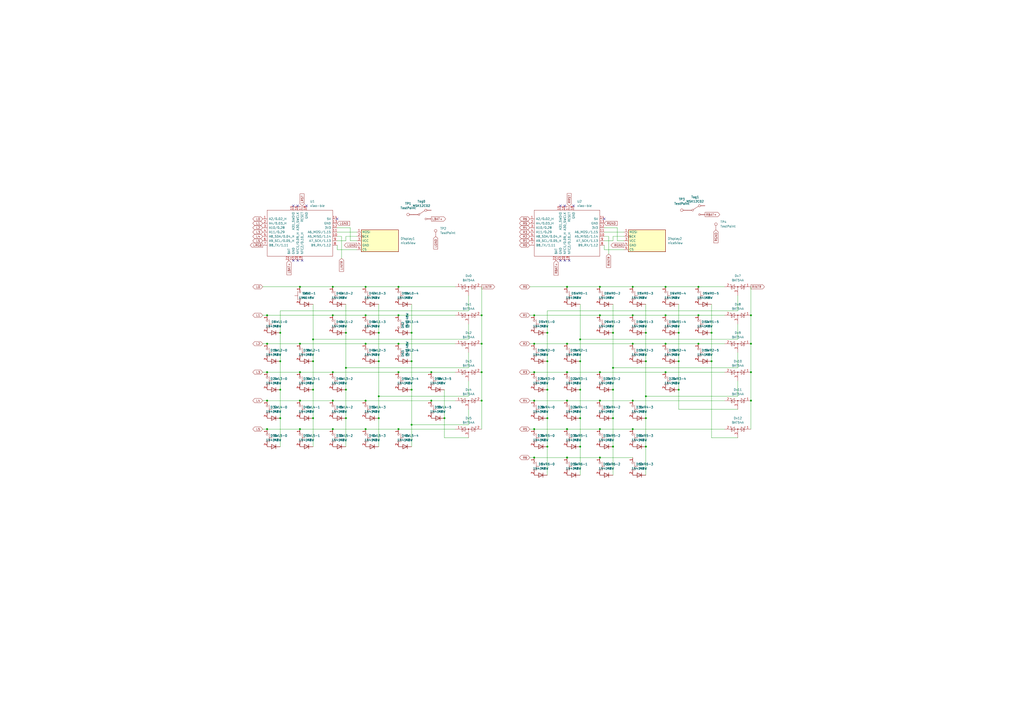
<source format=kicad_sch>
(kicad_sch (version 20230121) (generator eeschema)
  (paper "A2")
  (junction (at 367.03 232.41))
  (junction (at 355.6 193.04))
  (junction (at 279.4 232.41))
  (junction (at 193.04 215.9))
  (junction (at 309.88 199.39))
  (junction (at 412.75 209.55))
  (junction (at 328.93 265.43))
  (junction (at 231.14 166.37))
  (junction (at 154.94 182.88))
  (junction (at 173.99 232.41))
  (junction (at 173.99 199.39))
  (junction (at 181.61 209.55))
  (junction (at 279.4 182.88))
  (junction (at 355.6 213.36))
  (junction (at 386.08 166.37))
  (junction (at 328.93 215.9))
  (junction (at 181.61 242.57))
  (junction (at 154.94 215.9))
  (junction (at 162.56 242.57))
  (junction (at 193.04 232.41))
  (junction (at 347.98 232.41))
  (junction (at 367.03 199.39))
  (junction (at 257.81 242.57))
  (junction (at 435.61 215.9))
  (junction (at 309.88 182.88))
  (junction (at 219.71 242.57))
  (junction (at 219.71 209.55))
  (junction (at 162.56 209.55))
  (junction (at 336.55 242.57))
  (junction (at 238.76 246.38))
  (junction (at 412.75 193.04))
  (junction (at 279.4 199.39))
  (junction (at 193.04 182.88))
  (junction (at 231.14 215.9))
  (junction (at 405.13 182.88))
  (junction (at 173.99 215.9))
  (junction (at 154.94 248.92))
  (junction (at 200.66 226.06))
  (junction (at 393.7 226.06))
  (junction (at 374.65 242.57))
  (junction (at 367.03 182.88))
  (junction (at 279.4 215.9))
  (junction (at 231.14 199.39))
  (junction (at 212.09 166.37))
  (junction (at 219.71 193.04))
  (junction (at 367.03 166.37))
  (junction (at 336.55 259.08))
  (junction (at 181.61 226.06))
  (junction (at 309.88 232.41))
  (junction (at 336.55 196.85))
  (junction (at 212.09 182.88))
  (junction (at 336.55 209.55))
  (junction (at 367.03 248.92))
  (junction (at 173.99 166.37))
  (junction (at 347.98 166.37))
  (junction (at 200.66 213.36))
  (junction (at 162.56 226.06))
  (junction (at 212.09 199.39))
  (junction (at 238.76 226.06))
  (junction (at 173.99 248.92))
  (junction (at 328.93 166.37))
  (junction (at 374.65 209.55))
  (junction (at 405.13 166.37))
  (junction (at 374.65 229.87))
  (junction (at 231.14 248.92))
  (junction (at 309.88 215.9))
  (junction (at 309.88 265.43))
  (junction (at 347.98 248.92))
  (junction (at 200.66 242.57))
  (junction (at 355.6 242.57))
  (junction (at 317.5 242.57))
  (junction (at 317.5 226.06))
  (junction (at 219.71 229.87))
  (junction (at 386.08 199.39))
  (junction (at 347.98 215.9))
  (junction (at 309.88 248.92))
  (junction (at 405.13 199.39))
  (junction (at 374.65 259.08))
  (junction (at 162.56 193.04))
  (junction (at 238.76 209.55))
  (junction (at 317.5 193.04))
  (junction (at 435.61 182.88))
  (junction (at 328.93 248.92))
  (junction (at 250.19 215.9))
  (junction (at 347.98 265.43))
  (junction (at 328.93 232.41))
  (junction (at 238.76 193.04))
  (junction (at 250.19 232.41))
  (junction (at 435.61 199.39))
  (junction (at 347.98 182.88))
  (junction (at 435.61 232.41))
  (junction (at 212.09 248.92))
  (junction (at 393.7 209.55))
  (junction (at 212.09 232.41))
  (junction (at 317.5 259.08))
  (junction (at 154.94 232.41))
  (junction (at 355.6 226.06))
  (junction (at 374.65 193.04))
  (junction (at 355.6 259.08))
  (junction (at 200.66 193.04))
  (junction (at 386.08 215.9))
  (junction (at 193.04 166.37))
  (junction (at 231.14 182.88))
  (junction (at 386.08 182.88))
  (junction (at 393.7 193.04))
  (junction (at 328.93 199.39))
  (junction (at 181.61 196.85))
  (junction (at 193.04 248.92))
  (junction (at 317.5 209.55))
  (junction (at 154.94 199.39))
  (junction (at 336.55 226.06))
  (no_connect (at 350.52 127))
  (no_connect (at 330.2 151.13))
  (no_connect (at 327.66 151.13))
  (no_connect (at 325.12 151.13))
  (no_connect (at 325.12 119.38))
  (no_connect (at 327.66 119.38))
  (no_connect (at 332.74 119.38))
  (no_connect (at 170.18 151.13))
  (no_connect (at 172.72 151.13))
  (no_connect (at 175.26 151.13))
  (no_connect (at 177.8 119.38))
  (no_connect (at 195.58 127))
  (no_connect (at 172.72 119.38))
  (no_connect (at 170.18 119.38))
  (wire (pts (xy 195.58 137.16) (xy 198.12 137.16)))
  (wire (pts (xy 309.88 232.41) (xy 307.34 232.41)))
  (wire (pts (xy 412.75 254) (xy 427.99 254)))
  (wire (pts (xy 350.52 137.16) (xy 353.06 137.16)))
  (wire (pts (xy 328.93 232.41) (xy 347.98 232.41)))
  (wire (pts (xy 336.55 226.06) (xy 336.55 242.57)))
  (wire (pts (xy 393.7 226.06) (xy 393.7 237.49)))
  (wire (pts (xy 212.09 248.92) (xy 231.14 248.92)))
  (wire (pts (xy 152.4 215.9) (xy 154.94 215.9)))
  (wire (pts (xy 336.55 209.55) (xy 336.55 226.06)))
  (wire (pts (xy 309.88 248.92) (xy 307.34 248.92)))
  (wire (pts (xy 152.4 199.39) (xy 154.94 199.39)))
  (wire (pts (xy 162.56 242.57) (xy 162.56 259.08)))
  (wire (pts (xy 203.2 132.08) (xy 195.58 132.08)))
  (wire (pts (xy 350.52 142.24) (xy 350.52 144.78)))
  (wire (pts (xy 309.88 215.9) (xy 307.34 215.9)))
  (wire (pts (xy 154.94 248.92) (xy 173.99 248.92)))
  (wire (pts (xy 309.88 232.41) (xy 328.93 232.41)))
  (wire (pts (xy 195.58 142.24) (xy 195.58 144.78)))
  (wire (pts (xy 154.94 199.39) (xy 173.99 199.39)))
  (wire (pts (xy 405.13 182.88) (xy 420.37 182.88)))
  (wire (pts (xy 219.71 242.57) (xy 219.71 259.08)))
  (wire (pts (xy 328.93 215.9) (xy 347.98 215.9)))
  (wire (pts (xy 271.78 187.96) (xy 271.78 196.85)))
  (wire (pts (xy 309.88 182.88) (xy 347.98 182.88)))
  (wire (pts (xy 347.98 265.43) (xy 367.03 265.43)))
  (wire (pts (xy 374.65 275.59) (xy 374.65 259.08)))
  (wire (pts (xy 271.78 246.38) (xy 238.76 246.38)))
  (wire (pts (xy 193.04 215.9) (xy 231.14 215.9)))
  (wire (pts (xy 309.88 199.39) (xy 328.93 199.39)))
  (wire (pts (xy 181.61 176.53) (xy 181.61 196.85)))
  (wire (pts (xy 181.61 242.57) (xy 181.61 259.08)))
  (wire (pts (xy 200.66 193.04) (xy 200.66 213.36)))
  (wire (pts (xy 317.5 259.08) (xy 317.5 275.59)))
  (wire (pts (xy 393.7 193.04) (xy 393.7 209.55)))
  (wire (pts (xy 336.55 196.85) (xy 336.55 209.55)))
  (wire (pts (xy 355.6 137.16) (xy 355.6 139.7)))
  (wire (pts (xy 336.55 242.57) (xy 336.55 259.08)))
  (wire (pts (xy 328.93 265.43) (xy 347.98 265.43)))
  (wire (pts (xy 307.34 265.43) (xy 309.88 265.43)))
  (wire (pts (xy 347.98 232.41) (xy 367.03 232.41)))
  (wire (pts (xy 162.56 180.34) (xy 271.78 180.34)))
  (wire (pts (xy 181.61 226.06) (xy 181.61 242.57)))
  (wire (pts (xy 317.5 226.06) (xy 317.5 242.57)))
  (wire (pts (xy 309.88 182.88) (xy 307.34 182.88)))
  (wire (pts (xy 154.94 215.9) (xy 173.99 215.9)))
  (wire (pts (xy 231.14 199.39) (xy 264.16 199.39)))
  (wire (pts (xy 355.6 139.7) (xy 350.52 139.7)))
  (wire (pts (xy 195.58 144.78) (xy 207.01 144.78)))
  (wire (pts (xy 250.19 232.41) (xy 264.16 232.41)))
  (wire (pts (xy 374.65 176.53) (xy 374.65 193.04)))
  (wire (pts (xy 231.14 248.92) (xy 264.16 248.92)))
  (wire (pts (xy 374.65 193.04) (xy 374.65 209.55)))
  (wire (pts (xy 238.76 246.38) (xy 238.76 259.08)))
  (wire (pts (xy 207.01 137.16) (xy 200.66 137.16)))
  (wire (pts (xy 317.5 242.57) (xy 317.5 259.08)))
  (wire (pts (xy 347.98 166.37) (xy 367.03 166.37)))
  (wire (pts (xy 203.2 139.7) (xy 203.2 132.08)))
  (wire (pts (xy 271.78 229.87) (xy 271.78 220.98)))
  (wire (pts (xy 328.93 199.39) (xy 367.03 199.39)))
  (wire (pts (xy 435.61 232.41) (xy 435.61 248.92)))
  (wire (pts (xy 427.99 204.47) (xy 427.99 213.36)))
  (wire (pts (xy 219.71 176.53) (xy 219.71 193.04)))
  (wire (pts (xy 374.65 209.55) (xy 374.65 229.87)))
  (wire (pts (xy 317.5 209.55) (xy 317.5 226.06)))
  (wire (pts (xy 309.88 248.92) (xy 328.93 248.92)))
  (wire (pts (xy 412.75 193.04) (xy 412.75 209.55)))
  (wire (pts (xy 279.4 232.41) (xy 279.4 248.92)))
  (wire (pts (xy 152.4 248.92) (xy 154.94 248.92)))
  (wire (pts (xy 219.71 193.04) (xy 219.71 209.55)))
  (wire (pts (xy 162.56 209.55) (xy 162.56 226.06)))
  (wire (pts (xy 173.99 166.37) (xy 193.04 166.37)))
  (wire (pts (xy 257.81 254) (xy 271.78 254)))
  (wire (pts (xy 212.09 166.37) (xy 231.14 166.37)))
  (wire (pts (xy 200.66 242.57) (xy 200.66 259.08)))
  (wire (pts (xy 435.61 215.9) (xy 435.61 232.41)))
  (wire (pts (xy 279.4 199.39) (xy 279.4 215.9)))
  (wire (pts (xy 309.88 215.9) (xy 328.93 215.9)))
  (wire (pts (xy 307.34 166.37) (xy 328.93 166.37)))
  (wire (pts (xy 336.55 196.85) (xy 427.99 196.85)))
  (wire (pts (xy 405.13 199.39) (xy 420.37 199.39)))
  (wire (pts (xy 181.61 209.55) (xy 181.61 226.06)))
  (wire (pts (xy 386.08 215.9) (xy 420.37 215.9)))
  (wire (pts (xy 152.4 166.37) (xy 173.99 166.37)))
  (wire (pts (xy 195.58 134.62) (xy 207.01 134.62)))
  (wire (pts (xy 181.61 196.85) (xy 181.61 209.55)))
  (wire (pts (xy 271.78 237.49) (xy 271.78 246.38)))
  (wire (pts (xy 154.94 182.88) (xy 193.04 182.88)))
  (wire (pts (xy 181.61 196.85) (xy 271.78 196.85)))
  (wire (pts (xy 405.13 166.37) (xy 420.37 166.37)))
  (wire (pts (xy 328.93 166.37) (xy 347.98 166.37)))
  (wire (pts (xy 200.66 226.06) (xy 200.66 242.57)))
  (wire (pts (xy 350.52 144.78) (xy 361.95 144.78)))
  (wire (pts (xy 173.99 248.92) (xy 193.04 248.92)))
  (wire (pts (xy 367.03 166.37) (xy 386.08 166.37)))
  (wire (pts (xy 427.99 171.45) (xy 427.99 180.34)))
  (wire (pts (xy 412.75 209.55) (xy 412.75 254)))
  (wire (pts (xy 317.5 180.34) (xy 317.5 193.04)))
  (wire (pts (xy 367.03 248.92) (xy 420.37 248.92)))
  (wire (pts (xy 279.4 182.88) (xy 279.4 199.39)))
  (wire (pts (xy 355.6 242.57) (xy 355.6 259.08)))
  (wire (pts (xy 193.04 232.41) (xy 212.09 232.41)))
  (wire (pts (xy 173.99 199.39) (xy 212.09 199.39)))
  (wire (pts (xy 307.34 199.39) (xy 309.88 199.39)))
  (wire (pts (xy 427.99 187.96) (xy 427.99 196.85)))
  (wire (pts (xy 257.81 242.57) (xy 257.81 254)))
  (wire (pts (xy 435.61 199.39) (xy 435.61 215.9)))
  (wire (pts (xy 361.95 137.16) (xy 355.6 137.16)))
  (wire (pts (xy 328.93 248.92) (xy 347.98 248.92)))
  (wire (pts (xy 427.99 229.87) (xy 427.99 220.98)))
  (wire (pts (xy 219.71 229.87) (xy 219.71 242.57)))
  (wire (pts (xy 386.08 182.88) (xy 405.13 182.88)))
  (wire (pts (xy 231.14 166.37) (xy 264.16 166.37)))
  (wire (pts (xy 193.04 182.88) (xy 212.09 182.88)))
  (wire (pts (xy 353.06 137.16) (xy 353.06 147.32)))
  (wire (pts (xy 193.04 248.92) (xy 212.09 248.92)))
  (wire (pts (xy 238.76 209.55) (xy 238.76 226.06)))
  (wire (pts (xy 355.6 176.53) (xy 355.6 193.04)))
  (wire (pts (xy 279.4 215.9) (xy 279.4 232.41)))
  (wire (pts (xy 393.7 176.53) (xy 393.7 193.04)))
  (wire (pts (xy 435.61 166.37) (xy 435.61 182.88)))
  (wire (pts (xy 238.76 193.04) (xy 238.76 209.55)))
  (wire (pts (xy 355.6 213.36) (xy 355.6 226.06)))
  (wire (pts (xy 212.09 199.39) (xy 231.14 199.39)))
  (wire (pts (xy 347.98 182.88) (xy 367.03 182.88)))
  (wire (pts (xy 212.09 232.41) (xy 250.19 232.41)))
  (wire (pts (xy 367.03 182.88) (xy 386.08 182.88)))
  (wire (pts (xy 173.99 215.9) (xy 193.04 215.9)))
  (wire (pts (xy 200.66 213.36) (xy 271.78 213.36)))
  (wire (pts (xy 435.61 182.88) (xy 435.61 199.39)))
  (wire (pts (xy 231.14 182.88) (xy 264.16 182.88)))
  (wire (pts (xy 200.66 213.36) (xy 200.66 226.06)))
  (wire (pts (xy 386.08 166.37) (xy 405.13 166.37)))
  (wire (pts (xy 355.6 226.06) (xy 355.6 242.57)))
  (wire (pts (xy 231.14 215.9) (xy 250.19 215.9)))
  (wire (pts (xy 350.52 134.62) (xy 361.95 134.62)))
  (wire (pts (xy 152.4 232.41) (xy 154.94 232.41)))
  (wire (pts (xy 162.56 193.04) (xy 162.56 209.55)))
  (wire (pts (xy 393.7 209.55) (xy 393.7 226.06)))
  (wire (pts (xy 162.56 180.34) (xy 162.56 193.04)))
  (wire (pts (xy 250.19 215.9) (xy 264.16 215.9)))
  (wire (pts (xy 367.03 232.41) (xy 420.37 232.41)))
  (wire (pts (xy 317.5 180.34) (xy 427.99 180.34)))
  (wire (pts (xy 347.98 248.92) (xy 367.03 248.92)))
  (wire (pts (xy 358.14 132.08) (xy 350.52 132.08)))
  (wire (pts (xy 386.08 199.39) (xy 405.13 199.39)))
  (wire (pts (xy 317.5 193.04) (xy 317.5 209.55)))
  (wire (pts (xy 374.65 229.87) (xy 427.99 229.87)))
  (wire (pts (xy 219.71 209.55) (xy 219.71 229.87)))
  (wire (pts (xy 336.55 259.08) (xy 336.55 275.59)))
  (wire (pts (xy 154.94 232.41) (xy 173.99 232.41)))
  (wire (pts (xy 238.76 226.06) (xy 238.76 246.38)))
  (wire (pts (xy 358.14 139.7) (xy 358.14 132.08)))
  (wire (pts (xy 271.78 204.47) (xy 271.78 213.36)))
  (wire (pts (xy 347.98 215.9) (xy 386.08 215.9)))
  (wire (pts (xy 193.04 166.37) (xy 212.09 166.37)))
  (wire (pts (xy 271.78 171.45) (xy 271.78 180.34)))
  (wire (pts (xy 374.65 259.08) (xy 374.65 242.57)))
  (wire (pts (xy 257.81 226.06) (xy 257.81 242.57)))
  (wire (pts (xy 200.66 139.7) (xy 195.58 139.7)))
  (wire (pts (xy 412.75 176.53) (xy 412.75 193.04)))
  (wire (pts (xy 361.95 139.7) (xy 358.14 139.7)))
  (wire (pts (xy 374.65 229.87) (xy 374.65 242.57)))
  (wire (pts (xy 355.6 259.08) (xy 355.6 275.59)))
  (wire (pts (xy 200.66 176.53) (xy 200.66 193.04)))
  (wire (pts (xy 367.03 199.39) (xy 386.08 199.39)))
  (wire (pts (xy 309.88 265.43) (xy 328.93 265.43)))
  (wire (pts (xy 393.7 237.49) (xy 427.99 237.49)))
  (wire (pts (xy 173.99 232.41) (xy 193.04 232.41)))
  (wire (pts (xy 238.76 176.53) (xy 238.76 193.04)))
  (wire (pts (xy 355.6 213.36) (xy 427.99 213.36)))
  (wire (pts (xy 152.4 182.88) (xy 154.94 182.88)))
  (wire (pts (xy 212.09 182.88) (xy 231.14 182.88)))
  (wire (pts (xy 279.4 166.37) (xy 279.4 182.88)))
  (wire (pts (xy 355.6 193.04) (xy 355.6 213.36)))
  (wire (pts (xy 207.01 139.7) (xy 203.2 139.7)))
  (wire (pts (xy 219.71 229.87) (xy 271.78 229.87)))
  (wire (pts (xy 336.55 176.53) (xy 336.55 196.85)))
  (wire (pts (xy 198.12 137.16) (xy 198.12 149.86)))
  (wire (pts (xy 200.66 137.16) (xy 200.66 139.7)))
  (wire (pts (xy 162.56 226.06) (xy 162.56 242.57)))
  (global_label "L4" (shape bidirectional) (at 152.4 137.16 180) (property "Intersheetrefs" "${INTERSHEET_REFS}" (effects hide)))
  (global_label "LGND" (shape input) (at 252.73 137.16 270) (property "Intersheetrefs" "${INTERSHEET_REFS}" (effects hide)))
  (global_label "L1" (shape bidirectional) (at 152.4 182.88 180) (property "Intersheetrefs" "${INTERSHEET_REFS}" (effects hide)))
  (global_label "L3" (shape bidirectional) (at 152.4 134.62 180) (property "Intersheetrefs" "${INTERSHEET_REFS}" (effects hide)))
  (global_label "RGND" (shape input) (at 350.52 129.54 0) (property "Intersheetrefs" "${INTERSHEET_REFS}" (effects hide)))
  (global_label "L2" (shape bidirectional) (at 152.4 199.39 180) (property "Intersheetrefs" "${INTERSHEET_REFS}" (effects hide)))
  (global_label "R0" (shape bidirectional) (at 307.34 166.37 180) (property "Intersheetrefs" "${INTERSHEET_REFS}" (effects hide)))
  (global_label "L5" (shape bidirectional) (at 152.4 139.7 180) (property "Intersheetrefs" "${INTERSHEET_REFS}" (effects hide)))
  (global_label "LGND" (shape input) (at 195.58 129.54 0) (property "Intersheetrefs" "${INTERSHEET_REFS}" (effects hide)))
  (global_label "L2" (shape bidirectional) (at 152.4 132.08 180) (property "Intersheetrefs" "${INTERSHEET_REFS}" (effects hide)))
  (global_label "LGND" (shape output) (at 207.01 142.24 180) (property "Intersheetrefs" "${INTERSHEET_REFS}" (effects hide)))
  (global_label "L1" (shape bidirectional) (at 152.4 129.54 180) (property "Intersheetrefs" "${INTERSHEET_REFS}" (effects hide)))
  (global_label "LINTR" (shape input) (at 198.12 149.86 270) (property "Intersheetrefs" "${INTERSHEET_REFS}" (effects hide)))
  (global_label "R2" (shape bidirectional) (at 307.34 199.39 180) (property "Intersheetrefs" "${INTERSHEET_REFS}" (effects hide)))
  (global_label "R0" (shape bidirectional) (at 307.34 142.24 180) (property "Intersheetrefs" "${INTERSHEET_REFS}" (effects hide)))
  (global_label "R6" (shape bidirectional) (at 307.34 127 180) (property "Intersheetrefs" "${INTERSHEET_REFS}" (effects hide)))
  (global_label "RBAT+" (shape output) (at 408.94 124.46 0) (property "Intersheetrefs" "${INTERSHEET_REFS}" (effects hide)))
  (global_label "RBAT+" (shape input) (at 322.58 151.13 270) (property "Intersheetrefs" "${INTERSHEET_REFS}" (effects hide)))
  (global_label "LBAT+" (shape input) (at 167.64 151.13 270) (property "Intersheetrefs" "${INTERSHEET_REFS}" (effects hide)))
  (global_label "LBAT+" (shape output) (at 250.19 127 0) (property "Intersheetrefs" "${INTERSHEET_REFS}" (effects hide)))
  (global_label "L0" (shape bidirectional) (at 152.4 166.37 180) (property "Intersheetrefs" "${INTERSHEET_REFS}" (effects hide)))
  (global_label "R1" (shape bidirectional) (at 307.34 139.7 180) (property "Intersheetrefs" "${INTERSHEET_REFS}" (effects hide)))
  (global_label "R6" (shape bidirectional) (at 307.34 265.43 180) (property "Intersheetrefs" "${INTERSHEET_REFS}" (effects hide)))
  (global_label "LRST" (shape input) (at 175.26 119.38 90) (property "Intersheetrefs" "${INTERSHEET_REFS}" (effects hide)))
  (global_label "R5" (shape bidirectional) (at 307.34 129.54 180) (property "Intersheetrefs" "${INTERSHEET_REFS}" (effects hide)))
  (global_label "R1" (shape bidirectional) (at 307.34 182.88 180) (property "Intersheetrefs" "${INTERSHEET_REFS}" (effects hide)))
  (global_label "L0" (shape bidirectional) (at 152.4 127 180) (property "Intersheetrefs" "${INTERSHEET_REFS}" (effects hide)))
  (global_label "LRGB" (shape output) (at 152.4 142.24 180) (property "Intersheetrefs" "${INTERSHEET_REFS}" (effects hide)))
  (global_label "R5" (shape bidirectional) (at 307.34 248.92 180) (property "Intersheetrefs" "${INTERSHEET_REFS}" (effects hide)))
  (global_label "LINTR" (shape output) (at 279.4 166.37 0) (property "Intersheetrefs" "${INTERSHEET_REFS}" (effects hide)))
  (global_label "RINTR" (shape output) (at 435.61 166.37 0) (property "Intersheetrefs" "${INTERSHEET_REFS}" (effects hide)))
  (global_label "R3" (shape bidirectional) (at 307.34 215.9 180) (property "Intersheetrefs" "${INTERSHEET_REFS}" (effects hide)))
  (global_label "L3" (shape bidirectional) (at 152.4 215.9 180) (property "Intersheetrefs" "${INTERSHEET_REFS}" (effects hide)))
  (global_label "R4" (shape bidirectional) (at 307.34 132.08 180) (property "Intersheetrefs" "${INTERSHEET_REFS}" (effects hide)))
  (global_label "L5" (shape bidirectional) (at 152.4 248.92 180) (property "Intersheetrefs" "${INTERSHEET_REFS}" (effects hide)))
  (global_label "R2" (shape bidirectional) (at 307.34 137.16 180) (property "Intersheetrefs" "${INTERSHEET_REFS}" (effects hide)))
  (global_label "RGND" (shape output) (at 361.95 142.24 180) (property "Intersheetrefs" "${INTERSHEET_REFS}" (effects hide)))
  (global_label "RGND" (shape input) (at 415.29 133.35 270) (property "Intersheetrefs" "${INTERSHEET_REFS}" (effects hide)))
  (global_label "L4" (shape bidirectional) (at 152.4 232.41 180) (property "Intersheetrefs" "${INTERSHEET_REFS}" (effects hide)))
  (global_label "RINTR" (shape input) (at 353.06 147.32 270) (property "Intersheetrefs" "${INTERSHEET_REFS}" (effects hide)))
  (global_label "RRST" (shape input) (at 330.2 119.38 90) (property "Intersheetrefs" "${INTERSHEET_REFS}" (effects hide)))
  (global_label "R4" (shape bidirectional) (at 307.34 232.41 180) (property "Intersheetrefs" "${INTERSHEET_REFS}" (effects hide)))
  (global_label "R3" (shape bidirectional) (at 307.34 134.62 180) (property "Intersheetrefs" "${INTERSHEET_REFS}" (effects hide)))
  (symbol (lib_id "symbols:MX") (at 212.09 171.45 270) (unit 1)
    (property "Reference" "SWL0-3" (at 215.9 170.1799 90) (effects (justify left)))
    (property "Value" "MX" (at 215.9 172.7199 90) (effects (justify left)))
    (property "Footprint" "prelude:SW_MX_HS_1u" (effects hide))
  )
  (symbol (lib_id "symbols:MX") (at 212.09 187.96 270) (unit 1)
    (property "Reference" "SWL1-3" (at 215.9 186.6899 90) (effects (justify left)))
    (property "Value" "MX" (at 215.9 189.2299 90) (effects (justify left)))
    (property "Footprint" "prelude:SW_MX_HS_1u" (effects hide))
  )
  (symbol (lib_id "symbols:MX") (at 405.13 187.96 270) (unit 1)
    (property "Reference" "SWR1-5" (at 408.94 186.6899 90) (effects (justify left)))
    (property "Value" "MX" (at 408.94 189.2299 90) (effects (justify left)))
    (property "Footprint" "prelude:SW_MX_HS_1u" (effects hide))
  )
  (symbol (lib_id "Diode:1N4148W") (at 196.85 176.53 180) (unit 1)
    (property "Reference" "D42" (at 196.85 170.18 0))
    (property "Value" "1N4148W" (at 196.85 172.72 0))
    (property "Footprint" "Diode_SMD:D_SOD-123" (effects hide))
    (property "Datasheet" "https://www.vishay.com/docs/85748/1n4148w.pdf" (effects hide))
  )
  (symbol (lib_id "symbols:MX") (at 367.03 187.96 270) (unit 1)
    (property "Reference" "SWR1-3" (at 370.84 186.6899 90) (effects (justify left)))
    (property "Value" "MX" (at 370.84 189.2299 90) (effects (justify left)))
    (property "Footprint" "prelude:SW_MX_HS_1u" (effects hide))
  )
  (symbol (lib_id "symbols:MX") (at 154.94 237.49 270) (unit 1)
    (property "Reference" "SWL4-0" (at 158.75 236.2199 90) (effects (justify left)))
    (property "Value" "MX" (at 158.75 238.7599 90) (effects (justify left)))
    (property "Footprint" "prelude:SW_MX_HS_1u" (effects hide))
  )
  (symbol (lib_id "Diode:BAT54A") (at 271.78 199.39 0) (unit 1)
    (property "Reference" "Dx2" (at 271.78 193.04 0))
    (property "Value" "BAT54A" (at 271.78 195.58 0))
    (property "Footprint" "prelude:SOD_T" (effects hide))
    (property "Datasheet" "http://www.diodes.com/_files/datasheets/ds11005.pdf" (effects hide))
  )
  (symbol (lib_id "Diode:BAT54A") (at 271.78 232.41 0) (unit 1)
    (property "Reference" "Dx4" (at 271.78 226.06 0))
    (property "Value" "BAT54A" (at 271.78 228.6 0))
    (property "Footprint" "prelude:SOD_T" (effects hide))
    (property "Datasheet" "http://www.diodes.com/_files/datasheets/ds11005.pdf" (effects hide))
  )
  (symbol (lib_id "symbols:MX") (at 386.08 171.45 270) (unit 1)
    (property "Reference" "SWR0-4" (at 389.89 170.1799 90) (effects (justify left)))
    (property "Value" "MX" (at 389.89 172.7199 90) (effects (justify left)))
    (property "Footprint" "prelude:SW_MX_HS_1u" (effects hide))
  )
  (symbol (lib_id "Diode:BAT54A") (at 271.78 182.88 0) (unit 1)
    (property "Reference" "Dx1" (at 271.78 176.53 0))
    (property "Value" "BAT54A" (at 271.78 179.07 0))
    (property "Footprint" "prelude:SOD_T" (effects hide))
    (property "Datasheet" "http://www.diodes.com/_files/datasheets/ds11005.pdf" (effects hide))
  )
  (symbol (lib_id "Diode:1N4148W") (at 215.9 209.55 180) (unit 1)
    (property "Reference" "D49" (at 215.9 203.2 0))
    (property "Value" "1N4148W" (at 215.9 205.74 0))
    (property "Footprint" "Diode_SMD:D_SOD-123" (effects hide))
    (property "Datasheet" "https://www.vishay.com/docs/85748/1n4148w.pdf" (effects hide))
  )
  (symbol (lib_id "Diode:BAT54A") (at 427.99 215.9 0) (mirror y) (unit 1)
    (property "Reference" "Dx10" (at 427.99 209.55 0))
    (property "Value" "BAT54A" (at 427.99 212.09 0))
    (property "Footprint" "prelude:SOD_T" (effects hide))
    (property "Datasheet" "http://www.diodes.com/_files/datasheets/ds11005.pdf" (effects hide))
  )
  (symbol (lib_id "Diode:1N4148W") (at 254 226.06 180) (unit 1)
    (property "Reference" "D58" (at 254 219.71 0))
    (property "Value" "1N4148W" (at 254 222.25 0))
    (property "Footprint" "Diode_SMD:D_SOD-123" (effects hide))
    (property "Datasheet" "https://www.vishay.com/docs/85748/1n4148w.pdf" (effects hide))
  )
  (symbol (lib_id "symbols:MX") (at 173.99 171.45 90) (mirror x) (unit 1)
    (property "Reference" "SWL0-1" (at 175.26 170.1799 90) (effects (justify right)))
    (property "Value" "MX" (at 175.26 172.7199 90) (effects (justify right)))
    (property "Footprint" "prelude:SW_MX_HS_1u" (effects hide))
  )
  (symbol (lib_id "symbols:MX") (at 386.08 187.96 270) (unit 1)
    (property "Reference" "SWR1-4" (at 389.89 186.6899 90) (effects (justify left)))
    (property "Value" "MX" (at 389.89 189.2299 90) (effects (justify left)))
    (property "Footprint" "prelude:SW_MX_HS_1u" (effects hide))
  )
  (symbol (lib_id "symbols:MX") (at 193.04 220.98 270) (unit 1)
    (property "Reference" "SWL3-2" (at 196.85 219.7099 90) (effects (justify left)))
    (property "Value" "MX" (at 196.85 222.2499 90) (effects (justify left)))
    (property "Footprint" "prelude:SW_MX_HS_1u" (effects hide))
  )
  (symbol (lib_id "Diode:1N4148W") (at 196.85 242.57 180) (unit 1)
    (property "Reference" "D45" (at 196.85 236.22 0))
    (property "Value" "1N4148W" (at 196.85 238.76 0))
    (property "Footprint" "Diode_SMD:D_SOD-123" (effects hide))
    (property "Datasheet" "https://www.vishay.com/docs/85748/1n4148w.pdf" (effects hide))
  )
  (symbol (lib_id "symbols:MX") (at 328.93 220.98 270) (unit 1)
    (property "Reference" "SWR3-1" (at 332.74 219.7099 90) (effects (justify left)))
    (property "Value" "MX" (at 332.74 222.2499 90) (effects (justify left)))
    (property "Footprint" "prelude:SW_MX_HS_1u" (effects hide))
  )
  (symbol (lib_id "symbols:MX") (at 154.94 254 270) (unit 1)
    (property "Reference" "SWL5-0" (at 158.75 252.7299 90) (effects (justify left)))
    (property "Value" "MX" (at 158.75 255.2699 90) (effects (justify left)))
    (property "Footprint" "prelude:SW_MX_HS_1u" (effects hide))
  )
  (symbol (lib_id "symbols:MX") (at 231.14 220.98 270) (unit 1)
    (property "Reference" "SWL3-4" (at 234.95 219.7099 90) (effects (justify left)))
    (property "Value" "MX" (at 234.95 222.2499 90) (effects (justify left)))
    (property "Footprint" "prelude:SW_MX_HS_1u" (effects hide))
  )
  (symbol (lib_id "Diode:1N4148W") (at 158.75 193.04 180) (unit 1)
    (property "Reference" "D8" (at 158.75 186.69 0))
    (property "Value" "1N4148W" (at 158.75 189.23 0))
    (property "Footprint" "Diode_SMD:D_SOD-123" (effects hide))
    (property "Datasheet" "https://www.vishay.com/docs/85748/1n4148w.pdf" (effects hide))
  )
  (symbol (lib_id "symbols:xiao-ble") (at 328.93 134.62 0) (unit 1)
    (property "Reference" "U2" (at 334.7594 116.84 0) (effects (justify left)))
    (property "Value" "xiao-ble" (at 334.7594 119.38 0) (effects (justify left)))
    (property "Footprint" "prelude:xiao" (effects hide))
  )
  (symbol (lib_id "Connector:TestPoint") (at 398.78 121.92 90) (mirror x) (unit 1)
    (property "Reference" "TP3" (at 395.478 115.57 90))
    (property "Value" "TestPoint" (at 395.478 118.11 90))
    (property "Footprint" "prelude:pogo" (effects hide))
  )
  (symbol (lib_id "symbols:MX") (at 405.13 204.47 270) (unit 1)
    (property "Reference" "SWR2-5" (at 408.94 203.1999 90) (effects (justify left)))
    (property "Value" "MX" (at 408.94 205.7399 90) (effects (justify left)))
    (property "Footprint" "prelude:SW_MX_HS_1u" (effects hide))
  )
  (symbol (lib_id "symbols:MX") (at 231.14 254 270) (unit 1)
    (property "Reference" "SWL5-4" (at 234.95 252.7299 90) (effects (justify left)))
    (property "Value" "MX" (at 234.95 255.2699 90) (effects (justify left)))
    (property "Footprint" "prelude:SW_MX_HS_1u" (effects hide))
  )
  (symbol (lib_id "symbols:MX") (at 367.03 237.49 270) (unit 1)
    (property "Reference" "SWR4-3" (at 370.84 236.2199 90) (effects (justify left)))
    (property "Value" "MX" (at 370.84 238.7599 90) (effects (justify left)))
    (property "Footprint" "prelude:SW_MX_HS_1u" (effects hide))
  )
  (symbol (lib_id "symbols:MX") (at 231.14 171.45 270) (unit 1)
    (property "Reference" "SWL0-4" (at 234.95 170.1799 90) (effects (justify left)))
    (property "Value" "MX" (at 234.95 172.7199 90) (effects (justify left)))
    (property "Footprint" "prelude:SW_MX_HS_1u" (effects hide))
  )
  (symbol (lib_id "Diode:BAT54A") (at 427.99 232.41 0) (mirror y) (unit 1)
    (property "Reference" "Dx11" (at 427.99 226.06 0))
    (property "Value" "BAT54A" (at 427.99 228.6 0))
    (property "Footprint" "prelude:SOD_T" (effects hide))
    (property "Datasheet" "http://www.diodes.com/_files/datasheets/ds11005.pdf" (effects hide))
  )
  (symbol (lib_id "symbols:MX") (at 193.04 254 270) (unit 1)
    (property "Reference" "SWL5-2" (at 196.85 252.7299 90) (effects (justify left)))
    (property "Value" "MX" (at 196.85 255.2699 90) (effects (justify left)))
    (property "Footprint" "prelude:SW_MX_HS_1u" (effects hide))
  )
  (symbol (lib_id "symbols:MX") (at 405.13 171.45 270) (unit 1)
    (property "Reference" "SWR0-5" (at 408.94 170.1799 90) (effects (justify left)))
    (property "Value" "MX" (at 408.94 172.7199 90) (effects (justify left)))
    (property "Footprint" "prelude:SW_MX_HS_1u" (effects hide))
  )
  (symbol (lib_id "symbols:MX") (at 154.94 204.47 270) (unit 1)
    (property "Reference" "SWL2-0" (at 158.75 203.1999 90) (effects (justify left)))
    (property "Value" "MX" (at 158.75 205.7399 90) (effects (justify left)))
    (property "Footprint" "prelude:SW_MX_HS_1u" (effects hide))
  )
  (symbol (lib_id "Diode:BAT54A") (at 427.99 199.39 0) (mirror y) (unit 1)
    (property "Reference" "Dx9" (at 427.99 193.04 0))
    (property "Value" "BAT54A" (at 427.99 195.58 0))
    (property "Footprint" "prelude:SOD_T" (effects hide))
    (property "Datasheet" "http://www.diodes.com/_files/datasheets/ds11005.pdf" (effects hide))
  )
  (symbol (lib_id "symbols:MX") (at 309.88 254 270) (unit 1)
    (property "Reference" "SWR5-0" (at 313.69 252.7299 90) (effects (justify left)))
    (property "Value" "MX" (at 313.69 255.2699 90) (effects (justify left)))
    (property "Footprint" "prelude:SW_MX_HS_1u" (effects hide))
  )
  (symbol (lib_id "Diode:1N4148W") (at 332.74 259.08 180) (unit 1)
    (property "Reference" "D36" (at 332.74 252.73 0))
    (property "Value" "1N4148W" (at 332.74 255.27 0))
    (property "Footprint" "Diode_SMD:D_SOD-123" (effects hide))
    (property "Datasheet" "https://www.vishay.com/docs/85748/1n4148w.pdf" (effects hide))
  )
  (symbol (lib_id "Diode:1N4148W") (at 313.69 209.55 180) (unit 1)
    (property "Reference" "D14" (at 313.69 203.2 0))
    (property "Value" "1N4148W" (at 313.69 205.74 0))
    (property "Footprint" "Diode_SMD:D_SOD-123" (effects hide))
    (property "Datasheet" "https://www.vishay.com/docs/85748/1n4148w.pdf" (effects hide))
  )
  (symbol (lib_id "symbols:MX") (at 347.98 171.45 270) (unit 1)
    (property "Reference" "SWR0-2" (at 351.79 170.1799 90) (effects (justify left)))
    (property "Value" "MX" (at 351.79 172.7199 90) (effects (justify left)))
    (property "Footprint" "prelude:SW_MX_HS_1u" (effects hide))
  )
  (symbol (lib_id "symbols:nice!view") (at 219.71 139.7 270) (unit 1)
    (property "Reference" "Display1" (at 232.41 138.4299 90) (effects (justify left)))
    (property "Value" "nice!view" (at 232.41 140.9699 90) (effects (justify left)))
    (property "Footprint" "prelude:nice_view" (effects hide))
    (property "Datasheet" "https://nicekeyboards.com/docs/nice-view/pinout-schematic" (effects hide))
  )
  (symbol (lib_id "Diode:1N4148W") (at 332.74 209.55 180) (unit 1)
    (property "Reference" "D15" (at 332.74 203.2 0))
    (property "Value" "1N4148W" (at 332.74 205.74 0))
    (property "Footprint" "Diode_SMD:D_SOD-123" (effects hide))
    (property "Datasheet" "https://www.vishay.com/docs/85748/1n4148w.pdf" (effects hide))
  )
  (symbol (lib_id "Diode:1N4148W") (at 177.8 209.55 180) (unit 1)
    (property "Reference" "D38" (at 177.8 203.2 0))
    (property "Value" "1N4148W" (at 177.8 205.74 0))
    (property "Footprint" "Diode_SMD:D_SOD-123" (effects hide))
    (property "Datasheet" "https://www.vishay.com/docs/85748/1n4148w.pdf" (effects hide))
  )
  (symbol (lib_id "Diode:BAT54A") (at 427.99 166.37 0) (mirror y) (unit 1)
    (property "Reference" "Dx7" (at 427.99 160.02 0))
    (property "Value" "BAT54A" (at 427.99 162.56 0))
    (property "Footprint" "prelude:SOD_T" (effects hide))
    (property "Datasheet" "http://www.diodes.com/_files/datasheets/ds11005.pdf" (effects hide))
  )
  (symbol (lib_id "symbols:MX") (at 212.09 254 270) (unit 1)
    (property "Reference" "SWL5-3" (at 215.9 252.7299 90) (effects (justify left)))
    (property "Value" "MX" (at 215.9 255.2699 90) (effects (justify left)))
    (property "Footprint" "prelude:SW_MX_HS_1u" (effects hide))
  )
  (symbol (lib_id "symbols:MX") (at 386.08 204.47 270) (unit 1)
    (property "Reference" "SWR2-4" (at 389.89 203.1999 90) (effects (justify left)))
    (property "Value" "MX" (at 389.89 205.7399 90) (effects (justify left)))
    (property "Footprint" "prelude:SW_MX_HS_1u" (effects hide))
  )
  (symbol (lib_id "Diode:1N4148W") (at 177.8 242.57 180) (unit 1)
    (property "Reference" "D40" (at 177.8 236.22 0))
    (property "Value" "1N4148W" (at 177.8 238.76 0))
    (property "Footprint" "Diode_SMD:D_SOD-123" (effects hide))
    (property "Datasheet" "https://www.vishay.com/docs/85748/1n4148w.pdf" (effects hide))
  )
  (symbol (lib_id "Diode:1N4148W") (at 234.95 193.04 180) (unit 1)
    (property "Reference" "D52" (at 233.6799 190.5 90) (effects (justify right)))
    (property "Value" "1N4148W" (at 236.2199 190.5 90) (effects (justify right)))
    (property "Footprint" "Diode_SMD:D_SOD-123" (effects hide))
    (property "Datasheet" "https://www.vishay.com/docs/85748/1n4148w.pdf" (effects hide))
  )
  (symbol (lib_id "symbols:MX") (at 328.93 270.51 270) (unit 1)
    (property "Reference" "SWR6-1" (at 332.74 269.2399 90) (effects (justify left)))
    (property "Value" "MX" (at 332.74 271.7799 90) (effects (justify left)))
    (property "Footprint" "prelude:SW_MX_HS_1u" (effects hide))
  )
  (symbol (lib_id "Diode:1N4148W") (at 177.8 176.53 0) (mirror y) (unit 1)
    (property "Reference" "D34" (at 177.8 170.18 0))
    (property "Value" "1N4148W" (at 177.8 172.72 0))
    (property "Footprint" "Diode_SMD:D_SOD-123" (effects hide))
    (property "Datasheet" "https://www.vishay.com/docs/85748/1n4148w.pdf" (effects hide))
  )
  (symbol (lib_id "Diode:1N4148W") (at 332.74 275.59 180) (unit 1)
    (property "Reference" "D59" (at 332.74 269.24 0))
    (property "Value" "1N4148W" (at 332.74 271.78 0))
    (property "Footprint" "Diode_SMD:D_SOD-123" (effects hide))
    (property "Datasheet" "https://www.vishay.com/docs/85748/1n4148w.pdf" (effects hide))
  )
  (symbol (lib_id "Diode:1N4148W") (at 332.74 226.06 180) (unit 1)
    (property "Reference" "D22" (at 332.74 219.71 0))
    (property "Value" "1N4148W" (at 332.74 222.25 0))
    (property "Footprint" "Diode_SMD:D_SOD-123" (effects hide))
    (property "Datasheet" "https://www.vishay.com/docs/85748/1n4148w.pdf" (effects hide))
  )
  (symbol (lib_id "symbols:MX") (at 212.09 204.47 270) (unit 1)
    (property "Reference" "SWL2-3" (at 215.9 203.1999 90) (effects (justify left)))
    (property "Value" "MX" (at 215.9 205.7399 90) (effects (justify left)))
    (property "Footprint" "prelude:SW_MX_HS_1u" (effects hide))
  )
  (symbol (lib_id "symbols:MX") (at 386.08 220.98 270) (unit 1)
    (property "Reference" "SWR3-4" (at 389.89 219.7099 90) (effects (justify left)))
    (property "Value" "MX" (at 389.89 222.2499 90) (effects (justify left)))
    (property "Footprint" "prelude:SW_MX_HS_1u" (effects hide))
  )
  (symbol (lib_id "Diode:1N4148W") (at 351.79 242.57 180) (unit 1)
    (property "Reference" "D30" (at 351.79 236.22 0))
    (property "Value" "1N4148W" (at 351.79 238.76 0))
    (property "Footprint" "Diode_SMD:D_SOD-123" (effects hide))
    (property "Datasheet" "https://www.vishay.com/docs/85748/1n4148w.pdf" (effects hide))
  )
  (symbol (lib_id "symbols:MX") (at 328.93 204.47 270) (unit 1)
    (property "Reference" "SWR2-1" (at 332.74 203.1999 90) (effects (justify left)))
    (property "Value" "MX" (at 332.74 205.7399 90) (effects (justify left)))
    (property "Footprint" "prelude:SW_MX_HS_1u" (effects hide))
  )
  (symbol (lib_id "symbols:MX") (at 309.88 187.96 270) (unit 1)
    (property "Reference" "SWR1-0" (at 313.69 186.6899 90) (effects (justify left)))
    (property "Value" "MX" (at 313.69 189.2299 90) (effects (justify left)))
    (property "Footprint" "prelude:SW_MX_HS_1u" (effects hide))
  )
  (symbol (lib_id "symbols:MX") (at 309.88 270.51 270) (unit 1)
    (property "Reference" "SWR6-0" (at 313.69 269.2399 90) (effects (justify left)))
    (property "Value" "MX" (at 313.69 271.7799 90) (effects (justify left)))
    (property "Footprint" "prelude:SW_MX_HS_1u" (effects hide))
  )
  (symbol (lib_id "Diode:1N4148W") (at 370.84 242.57 180) (unit 1)
    (property "Reference" "D31" (at 370.84 236.22 0))
    (property "Value" "1N4148W" (at 370.84 238.76 0))
    (property "Footprint" "Diode_SMD:D_SOD-123" (effects hide))
    (property "Datasheet" "https://www.vishay.com/docs/85748/1n4148w.pdf" (effects hide))
  )
  (symbol (lib_id "Diode:1N4148W") (at 158.75 209.55 180) (unit 1)
    (property "Reference" "D16" (at 158.75 203.2 0))
    (property "Value" "1N4148W" (at 158.75 205.74 0))
    (property "Footprint" "Diode_SMD:D_SOD-123" (effects hide))
    (property "Datasheet" "https://www.vishay.com/docs/85748/1n4148w.pdf" (effects hide))
  )
  (symbol (lib_id "Diode:1N4148W") (at 351.79 226.06 180) (unit 1)
    (property "Reference" "D23" (at 351.79 219.71 0))
    (property "Value" "1N4148W" (at 351.79 222.25 0))
    (property "Footprint" "Diode_SMD:D_SOD-123" (effects hide))
    (property "Datasheet" "https://www.vishay.com/docs/85748/1n4148w.pdf" (effects hide))
  )
  (symbol (lib_id "Diode:1N4148W") (at 313.69 259.08 180) (unit 1)
    (property "Reference" "D35" (at 313.69 252.73 0))
    (property "Value" "1N4148W" (at 313.69 255.27 0))
    (property "Footprint" "Diode_SMD:D_SOD-123" (effects hide))
    (property "Datasheet" "https://www.vishay.com/docs/85748/1n4148w.pdf" (effects hide))
  )
  (symbol (lib_id "Diode:1N4148W") (at 196.85 193.04 180) (unit 1)
    (property "Reference" "D43" (at 196.85 186.69 0))
    (property "Value" "1N4148W" (at 196.85 189.23 0))
    (property "Footprint" "Diode_SMD:D_SOD-123" (effects hide))
    (property "Datasheet" "https://www.vishay.com/docs/85748/1n4148w.pdf" (effects hide))
  )
  (symbol (lib_id "Diode:1N4148W") (at 158.75 226.06 180) (unit 1)
    (property "Reference" "D24" (at 158.75 219.71 0))
    (property "Value" "1N4148W" (at 158.75 222.25 0))
    (property "Footprint" "Diode_SMD:D_SOD-123" (effects hide))
    (property "Datasheet" "https://www.vishay.com/docs/85748/1n4148w.pdf" (effects hide))
  )
  (symbol (lib_id "Diode:1N4148W") (at 177.8 259.08 180) (unit 1)
    (property "Reference" "D57" (at 177.8 252.73 0))
    (property "Value" "1N4148W" (at 177.8 255.27 0))
    (property "Footprint" "Diode_SMD:D_SOD-123" (effects hide))
    (property "Datasheet" "https://www.vishay.com/docs/85748/1n4148w.pdf" (effects hide))
  )
  (symbol (lib_id "Diode:1N4148W") (at 370.84 275.59 180) (unit 1)
    (property "Reference" "D62" (at 370.84 269.24 0))
    (property "Value" "1N4148W" (at 370.84 271.78 0))
    (property "Footprint" "Diode_SMD:D_SOD-123" (effects hide))
    (property "Datasheet" "https://www.vishay.com/docs/85748/1n4148w.pdf" (effects hide))
  )
  (symbol (lib_id "Diode:1N4148W") (at 370.84 209.55 180) (unit 1)
    (property "Reference" "D17" (at 370.84 203.2 0))
    (property "Value" "1N4148W" (at 370.84 205.74 0))
    (property "Footprint" "Diode_SMD:D_SOD-123" (effects hide))
    (property "Datasheet" "https://www.vishay.com/docs/85748/1n4148w.pdf" (effects hide))
  )
  (symbol (lib_id "Diode:1N4148W") (at 313.69 226.06 180) (unit 1)
    (property "Reference" "D21" (at 313.69 219.71 0))
    (property "Value" "1N4148W" (at 313.69 222.25 0))
    (property "Footprint" "Diode_SMD:D_SOD-123" (effects hide))
    (property "Datasheet" "https://www.vishay.com/docs/85748/1n4148w.pdf" (effects hide))
  )
  (symbol (lib_id "symbols:MX") (at 154.94 187.96 270) (unit 1)
    (property "Reference" "SWL1-0" (at 158.75 186.6899 90) (effects (justify left)))
    (property "Value" "MX" (at 158.75 189.2299 90) (effects (justify left)))
    (property "Footprint" "prelude:SW_MX_HS_1u" (effects hide))
  )
  (symbol (lib_id "symbols:MX") (at 367.03 204.47 270) (unit 1)
    (property "Reference" "SWR2-3" (at 370.84 203.1999 90) (effects (justify left)))
    (property "Value" "MX" (at 370.84 205.7399 90) (effects (justify left)))
    (property "Footprint" "prelude:SW_MX_HS_1u" (effects hide))
  )
  (symbol (lib_id "Diode:1N4148W") (at 196.85 226.06 180) (unit 1)
    (property "Reference" "D44" (at 196.85 219.71 0))
    (property "Value" "1N4148W" (at 196.85 222.25 0))
    (property "Footprint" "Diode_SMD:D_SOD-123" (effects hide))
    (property "Datasheet" "https://www.vishay.com/docs/85748/1n4148w.pdf" (effects hide))
  )
  (symbol (lib_id "symbols:MX") (at 193.04 187.96 270) (unit 1)
    (property "Reference" "SWL1-2" (at 196.85 186.6899 90) (effects (justify left)))
    (property "Value" "MX" (at 196.85 189.2299 90) (effects (justify left)))
    (property "Footprint" "prelude:SW_MX_HS_1u" (effects hide))
  )
  (symbol (lib_id "symbols:nice!view") (at 374.65 139.7 270) (unit 1)
    (property "Reference" "Display2" (at 387.35 138.4299 90) (effects (justify left)))
    (property "Value" "nice!view" (at 387.35 140.9699 90) (effects (justify left)))
    (property "Footprint" "prelude:nice_view" (effects hide))
    (property "Datasheet" "https://nicekeyboards.com/docs/nice-view/pinout-schematic" (effects hide))
  )
  (symbol (lib_id "Diode:1N4148W") (at 254 242.57 180) (unit 1)
    (property "Reference" "D55" (at 254 236.22 0))
    (property "Value" "1N4148W" (at 254 238.76 0))
    (property "Footprint" "Diode_SMD:D_SOD-123" (effects hide))
    (property "Datasheet" "https://www.vishay.com/docs/85748/1n4148w.pdf" (effects hide))
  )
  (symbol (lib_id "Diode:1N4148W") (at 158.75 259.08 180) (unit 1)
    (property "Reference" "D56" (at 158.75 252.73 0))
    (property "Value" "1N4148W" (at 158.75 255.27 0))
    (property "Footprint" "Diode_SMD:D_SOD-123" (effects hide))
    (property "Datasheet" "https://www.vishay.com/docs/85748/1n4148w.pdf" (effects hide))
  )
  (symbol (lib_id "Diode:1N4148W") (at 234.95 209.55 180) (unit 1)
    (property "Reference" "D53" (at 233.6799 207.01 90) (effects (justify right)))
    (property "Value" "1N4148W" (at 236.2199 207.01 90) (effects (justify right)))
    (property "Footprint" "Diode_SMD:D_SOD-123" (effects hide))
    (property "Datasheet" "https://www.vishay.com/docs/85748/1n4148w.pdf" (effects hide))
  )
  (symbol (lib_id "symbols:MX") (at 347.98 187.96 270) (unit 1)
    (property "Reference" "SWR1-2" (at 351.79 186.6899 90) (effects (justify left)))
    (property "Value" "MX" (at 351.79 189.2299 90) (effects (justify left)))
    (property "Footprint" "prelude:SW_MX_HS_1u" (effects hide))
  )
  (symbol (lib_id "Connector:TestPoint") (at 415.29 133.35 0) (unit 1)
    (property "Reference" "TP4" (at 417.83 128.7779 0) (effects (justify left)))
    (property "Value" "TestPoint" (at 417.83 131.3179 0) (effects (justify left)))
    (property "Footprint" "prelude:pogo" (effects hide))
  )
  (symbol (lib_id "symbols:MX") (at 347.98 237.49 270) (unit 1)
    (property "Reference" "SWR4-2" (at 351.79 236.2199 90) (effects (justify left)))
    (property "Value" "MX" (at 351.79 238.7599 90) (effects (justify left)))
    (property "Footprint" "prelude:SW_MX_HS_1u" (effects hide))
  )
  (symbol (lib_id "symbols:MX") (at 367.03 171.45 270) (unit 1)
    (property "Reference" "SWR0-3" (at 370.84 170.1799 90) (effects (justify left)))
    (property "Value" "MX" (at 370.84 172.7199 90) (effects (justify left)))
    (property "Footprint" "prelude:SW_MX_HS_1u" (effects hide))
  )
  (symbol (lib_id "symbols:MX") (at 173.99 204.47 270) (unit 1)
    (property "Reference" "SWL2-1" (at 177.8 203.1999 90) (effects (justify left)))
    (property "Value" "MX" (at 177.8 205.7399 90) (effects (justify left)))
    (property "Footprint" "prelude:SW_MX_HS_1u" (effects hide))
  )
  (symbol (lib_id "Diode:1N4148W") (at 234.95 176.53 180) (unit 1)
    (property "Reference" "D51" (at 234.95 170.18 0))
    (property "Value" "1N4148W" (at 234.95 172.72 0))
    (property "Footprint" "Diode_SMD:D_SOD-123" (effects hide))
    (property "Datasheet" "https://www.vishay.com/docs/85748/1n4148w.pdf" (effects hide))
  )
  (symbol (lib_id "symbols:MX") (at 173.99 220.98 270) (unit 1)
    (property "Reference" "SWL3-1" (at 177.8 219.7099 90) (effects (justify left)))
    (property "Value" "MX" (at 177.8 222.2499 90) (effects (justify left)))
    (property "Footprint" "prelude:SW_MX_HS_1u" (effects hide))
  )
  (symbol (lib_id "symbols:MX") (at 367.03 270.51 270) (unit 1)
    (property "Reference" "SWR6-3" (at 370.84 269.2399 90) (effects (justify left)))
    (property "Value" "MX" (at 370.84 271.7799 90) (effects (justify left)))
    (property "Footprint" "prelude:SW_MX_HS_1u" (effects hide))
  )
  (symbol (lib_id "symbols:MX") (at 328.93 237.49 270) (unit 1)
    (property "Reference" "SWR4-1" (at 332.74 236.2199 90) (effects (justify left)))
    (property "Value" "MX" (at 332.74 238.7599 90) (effects (justify left)))
    (property "Footprint" "prelude:SW_MX_HS_1u" (effects hide))
  )
  (symbol (lib_id "Diode:1N4148W") (at 215.9 259.08 180) (unit 1)
    (property "Reference" "D41" (at 215.9 252.73 0))
    (property "Value" "1N4148W" (at 215.9 255.27 0))
    (property "Footprint" "Diode_SMD:D_SOD-123" (effects hide))
    (property "Datasheet" "https://www.vishay.com/docs/85748/1n4148w.pdf" (effects hide))
  )
  (symbol (lib_id "Diode:1N4148W") (at 177.8 226.06 180) (unit 1)
    (property "Reference" "D39" (at 177.8 219.71 0))
    (property "Value" "1N4148W" (at 177.8 222.25 0))
    (property "Footprint" "Diode_SMD:D_SOD-123" (effects hide))
    (property "Datasheet" "https://www.vishay.com/docs/85748/1n4148w.pdf" (effects hide))
  )
  (symbol (lib_id "Diode:1N4148W") (at 313.69 275.59 180) (unit 1)
    (property "Reference" "D0" (at 313.69 269.24 0))
    (property "Value" "1N4148W" (at 313.69 271.78 0))
    (property "Footprint" "Diode_SMD:D_SOD-123" (effects hide))
    (property "Datasheet" "https://www.vishay.com/docs/85748/1n4148w.pdf" (effects hide))
  )
  (symbol (lib_id "Diode:1N4148W") (at 351.79 193.04 180) (unit 1)
    (property "Reference" "D9" (at 351.79 186.69 0))
    (property "Value" "1N4148W" (at 351.79 189.23 0))
    (property "Footprint" "Diode_SMD:D_SOD-123" (effects hide))
    (property "Datasheet" "https://www.vishay.com/docs/85748/1n4148w.pdf" (effects hide))
  )
  (symbol (lib_id "Diode:BAT54A") (at 427.99 182.88 0) (mirror y) (unit 1)
    (property "Reference" "Dx8" (at 427.99 176.53 0))
    (property "Value" "BAT54A" (at 427.99 179.07 0))
    (property "Footprint" "prelude:SOD_T" (effects hide))
    (property "Datasheet" "http://www.diodes.com/_files/datasheets/ds11005.pdf" (effects hide))
  )
  (symbol (lib_id "Diode:1N4148W") (at 215.9 242.57 180) (unit 1)
    (property "Reference" "D50" (at 215.9 236.22 0))
    (property "Value" "1N4148W" (at 215.9 238.76 0))
    (property "Footprint" "Diode_SMD:D_SOD-123" (effects hide))
    (property "Datasheet" "https://www.vishay.com/docs/85748/1n4148w.pdf" (effects hide))
  )
  (symbol (lib_id "symbols:MSK12C02") (at 245.11 124.46 0) (unit 1)
    (property "Reference" "Tog0" (at 244.475 116.84 0))
    (property "Value" "MSK12C02" (at 244.475 119.38 0))
    (property "Footprint" "prelude:MSK-12C02" (effects hide))
  )
  (symbol (lib_id "symbols:MX") (at 309.88 204.47 270) (unit 1)
    (property "Reference" "SWR2-0" (at 313.69 203.1999 90) (effects (justify left)))
    (property "Value" "MX" (at 313.69 205.7399 90) (effects (justify left)))
    (property "Footprint" "prelude:SW_MX_HS_1u" (effects hide))
  )
  (symbol (lib_id "Diode:1N4148W") (at 332.74 242.57 180) (unit 1)
    (property "Reference" "D29" (at 332.74 236.22 0))
    (property "Value" "1N4148W" (at 332.74 238.76 0))
    (property "Footprint" "Diode_SMD:D_SOD-123" (effects hide))
    (property "Datasheet" "https://www.vishay.com/docs/85748/1n4148w.pdf" (effects hide))
  )
  (symbol (lib_id "Diode:1N4148W") (at 408.94 193.04 180) (unit 1)
    (property "Reference" "D12" (at 408.94 186.69 0))
    (property "Value" "1N4148W" (at 408.94 189.23 0))
    (property "Footprint" "Diode_SMD:D_SOD-123" (effects hide))
    (property "Datasheet" "https://www.vishay.com/docs/85748/1n4148w.pdf" (effects hide))
  )
  (symbol (lib_id "symbols:MX") (at 328.93 254 270) (unit 1)
    (property "Reference" "SWR5-1" (at 332.74 252.7299 90) (effects (justify left)))
    (property "Value" "MX" (at 332.74 255.2699 90) (effects (justify left)))
    (property "Footprint" "prelude:SW_MX_HS_1u" (effects hide))
  )
  (symbol (lib_id "Diode:1N4148W") (at 351.79 259.08 180) (unit 1)
    (property "Reference" "D37" (at 351.79 252.73 0))
    (property "Value" "1N4148W" (at 351.79 255.27 0))
    (property "Footprint" "Diode_SMD:D_SOD-123" (effects hide))
    (property "Datasheet" "https://www.vishay.com/docs/85748/1n4148w.pdf" (effects hide))
  )
  (symbol (lib_id "Diode:BAT54A") (at 271.78 166.37 0) (unit 1)
    (property "Reference" "Dx0" (at 271.78 160.02 0))
    (property "Value" "BAT54A" (at 271.78 162.56 0))
    (property "Footprint" "prelude:SOD_T" (effects hide))
    (property "Datasheet" "http://www.diodes.com/_files/datasheets/ds11005.pdf" (effects hide))
  )
  (symbol (lib_id "Diode:1N4148W") (at 234.95 226.06 180) (unit 1)
    (property "Reference" "D54" (at 234.95 219.71 0))
    (property "Value" "1N4148W" (at 234.95 222.25 0))
    (property "Footprint" "Diode_SMD:D_SOD-123" (effects hide))
    (property "Datasheet" "https://www.vishay.com/docs/85748/1n4148w.pdf" (effects hide))
  )
  (symbol (lib_id "Diode:1N4148W") (at 370.84 259.08 180) (unit 1)
    (property "Reference" "D61" (at 370.84 252.73 0))
    (property "Value" "1N4148W" (at 370.84 255.27 0))
    (property "Footprint" "Diode_SMD:D_SOD-123" (effects hide))
    (property "Datasheet" "https://www.vishay.com/docs/85748/1n4148w.pdf" (effects hide))
  )
  (symbol (lib_id "Diode:1N4148W") (at 408.94 209.55 180) (unit 1)
    (property "Reference" "D19" (at 408.94 203.2 0))
    (property "Value" "1N4148W" (at 408.94 205.74 0))
    (property "Footprint" "Diode_SMD:D_SOD-123" (effects hide))
    (property "Datasheet" "https://www.vishay.com/docs/85748/1n4148w.pdf" (effects hide))
  )
  (symbol (lib_id "Diode:1N4148W") (at 215.9 176.53 180) (unit 1)
    (property "Reference" "D47" (at 215.9 170.18 0))
    (property "Value" "1N4148W" (at 215.9 172.72 0))
    (property "Footprint" "Diode_SMD:D_SOD-123" (effects hide))
    (property "Datasheet" "https://www.vishay.com/docs/85748/1n4148w.pdf" (effects hide))
  )
  (symbol (lib_id "Diode:1N4148W") (at 215.9 193.04 180) (unit 1)
    (property "Reference" "D48" (at 215.9 186.69 0))
    (property "Value" "1N4148W" (at 215.9 189.23 0))
    (property "Footprint" "Diode_SMD:D_SOD-123" (effects hide))
    (property "Datasheet" "https://www.vishay.com/docs/85748/1n4148w.pdf" (effects hide))
  )
  (symbol (lib_id "Diode:1N4148W") (at 332.74 176.53 180) (unit 1)
    (property "Reference" "D1" (at 332.74 170.18 0))
    (property "Value" "1N4148W" (at 332.74 172.72 0))
    (property "Footprint" "Diode_SMD:D_SOD-123" (effects hide))
    (property "Datasheet" "https://www.vishay.com/docs/85748/1n4148w.pdf" (effects hide))
  )
  (symbol (lib_id "Diode:1N4148W") (at 370.84 176.53 180) (unit 1)
    (property "Reference" "D3" (at 370.84 170.18 0))
    (property "Value" "1N4148W" (at 370.84 172.72 0))
    (property "Footprint" "Diode_SMD:D_SOD-123" (effects hide))
    (property "Datasheet" "https://www.vishay.com/docs/85748/1n4148w.pdf" (effects hide))
  )
  (symbol (lib_id "symbols:MX") (at 309.88 220.98 270) (unit 1)
    (property "Reference" "SWR3-0" (at 313.69 219.7099 90) (effects (justify left)))
    (property "Value" "MX" (at 313.69 222.2499 90) (effects (justify left)))
    (property "Footprint" "prelude:SW_MX_HS_1u" (effects hide))
  )
  (symbol (lib_id "Diode:1N4148W") (at 389.89 193.04 180) (unit 1)
    (property "Reference" "D11" (at 389.89 186.69 0))
    (property "Value" "1N4148W" (at 389.89 189.23 0))
    (property "Footprint" "Diode_SMD:D_SOD-123" (effects hide))
    (property "Datasheet" "https://www.vishay.com/docs/85748/1n4148w.pdf" (effects hide))
  )
  (symbol (lib_id "symbols:MX") (at 309.88 237.49 270) (unit 1)
    (property "Reference" "SWR4-0" (at 313.69 236.2199 90) (effects (justify left)))
    (property "Value" "MX" (at 313.69 238.7599 90) (effects (justify left)))
    (property "Footprint" "prelude:SW_MX_HS_1u" (effects hide))
  )
  (symbol (lib_id "Diode:1N4148W") (at 158.75 242.57 180) (unit 1)
    (property "Reference" "D32" (at 158.75 236.22 0))
    (property "Value" "1N4148W" (at 158.75 238.76 0))
    (property "Footprint" "Diode_SMD:D_SOD-123" (effects hide))
    (property "Datasheet" "https://www.vishay.com/docs/85748/1n4148w.pdf" (effects hide))
  )
  (symbol (lib_id "Diode:1N4148W") (at 408.94 176.53 180) (unit 1)
    (property "Reference" "D5" (at 408.94 170.18 0))
    (property "Value" "1N4148W" (at 408.94 172.72 0))
    (property "Footprint" "Diode_SMD:D_SOD-123" (effects hide))
    (property "Datasheet" "https://www.vishay.com/docs/85748/1n4148w.pdf" (effects hide))
  )
  (symbol (lib_id "Diode:1N4148W") (at 389.89 209.55 180) (unit 1)
    (property "Reference" "D18" (at 389.89 203.2 0))
    (property "Value" "1N4148W" (at 389.89 205.74 0))
    (property "Footprint" "Diode_SMD:D_SOD-123" (effects hide))
    (property "Datasheet" "https://www.vishay.com/docs/85748/1n4148w.pdf" (effects hide))
  )
  (symbol (lib_id "symbols:MX") (at 250.19 237.49 270) (unit 1)
    (property "Reference" "SWL4-5" (at 254 236.2199 90) (effects (justify left)))
    (property "Value" "MX" (at 254 238.7599 90) (effects (justify left)))
    (property "Footprint" "prelude:SW_MX_HS_1u" (effects hide))
  )
  (symbol (lib_id "Diode:1N4148W") (at 351.79 176.53 180) (unit 1)
    (property "Reference" "D2" (at 351.79 170.18 0))
    (property "Value" "1N4148W" (at 351.79 172.72 0))
    (property "Footprint" "Diode_SMD:D_SOD-123" (effects hide))
    (property "Datasheet" "https://www.vishay.com/docs/85748/1n4148w.pdf" (effects hide))
  )
  (symbol (lib_id "symbols:MX") (at 347.98 254 270) (unit 1)
    (property "Reference" "SWR5-2" (at 351.79 252.7299 90) (effects (justify left)))
    (property "Value" "MX" (at 351.79 255.2699 90) (effects (justify left)))
    (property "Footprint" "prelude:SW_MX_HS_1u" (effects hide))
  )
  (symbol (lib_id "Diode:BAT54A") (at 427.99 248.92 0) (mirror y) (unit 1)
    (property "Reference" "Dx12" (at 427.99 242.57 0))
    (property "Value" "BAT54A" (at 427.99 245.11 0))
    (property "Footprint" "prelude:SOD_T" (effects hide))
    (property "Datasheet" "http://www.diodes.com/_files/datasheets/ds11005.pdf" (effects hide))
  )
  (symbol (lib_id "Connector:TestPoint") (at 240.03 124.46 90) (mirror x) (unit 1)
    (property "Reference" "TP1" (at 236.728 118.11 90))
    (property "Value" "TestPoint" (at 236.728 120.65 90))
    (property "Footprint" "prelude:pogo" (effects hide))
  )
  (symbol (lib_id "symbols:MX") (at 173.99 237.49 270) (unit 1)
    (property "Reference" "SWL4-1" (at 177.8 236.2199 90) (effects (justify left)))
    (property "Value" "MX" (at 177.8 238.7599 90) (effects (justify left)))
    (property "Footprint" "prelude:SW_MX_HS_1u" (effects hide))
  )
  (symbol (lib_id "Diode:1N4148W") (at 351.79 275.59 180) (unit 1)
    (property "Reference" "D60" (at 351.79 269.24 0))
    (property "Value" "1N4148W" (at 351.79 271.78 0))
    (property "Footprint" "Diode_SMD:D_SOD-123" (effects hide))
    (property "Datasheet" "https://www.vishay.com/docs/85748/1n4148w.pdf" (effects hide))
  )
  (symbol (lib_id "symbols:xiao-ble") (at 173.99 134.62 0) (unit 1)
    (property "Reference" "U1" (at 179.8194 116.84 0) (effects (justify left)))
    (property "Value" "xiao-ble" (at 179.8194 119.38 0) (effects (justify left)))
    (property "Footprint" "prelude:xiao" (effects hide))
  )
  (symbol (lib_id "Diode:1N4148W") (at 313.69 193.04 180) (unit 1)
    (property "Reference" "D7" (at 313.69 186.69 0))
    (property "Value" "1N4148W" (at 313.69 189.23 0))
    (property "Footprint" "Diode_SMD:D_SOD-123" (effects hide))
    (property "Datasheet" "https://www.vishay.com/docs/85748/1n4148w.pdf" (effects hide))
  )
  (symbol (lib_id "Diode:1N4148W") (at 313.69 242.57 180) (unit 1)
    (property "Reference" "D28" (at 313.69 236.22 0))
    (property "Value" "1N4148W" (at 313.69 238.76 0))
    (property "Footprint" "Diode_SMD:D_SOD-123" (effects hide))
    (property "Datasheet" "https://www.vishay.com/docs/85748/1n4148w.pdf" (effects hide))
  )
  (symbol (lib_id "Connector:TestPoint") (at 252.73 137.16 0) (unit 1)
    (property "Reference" "TP2" (at 255.27 132.5879 0) (effects (justify left)))
    (property "Value" "TestPoint" (at 255.27 135.1279 0) (effects (justify left)))
    (property "Footprint" "prelude:pogo" (effects hide))
  )
  (symbol (lib_id "symbols:MX") (at 231.14 204.47 270) (unit 1)
    (property "Reference" "SWL2-4" (at 234.95 203.1999 90) (effects (justify left)))
    (property "Value" "MX" (at 234.95 205.7399 90) (effects (justify left)))
    (property "Footprint" "prelude:SW_MX_HS_1u" (effects hide))
  )
  (symbol (lib_id "Diode:1N4148W") (at 196.85 259.08 180) (unit 1)
    (property "Reference" "D33" (at 196.85 252.73 0))
    (property "Value" "1N4148W" (at 196.85 255.27 0))
    (property "Footprint" "Diode_SMD:D_SOD-123" (effects hide))
    (property "Datasheet" "https://www.vishay.com/docs/85748/1n4148w.pdf" (effects hide))
  )
  (symbol (lib_id "symbols:MSK12C02") (at 403.86 121.92 0) (unit 1)
    (property "Reference" "Tog1" (at 403.225 114.3 0))
    (property "Value" "MSK12C02" (at 403.225 116.84 0))
    (property "Footprint" "prelude:MSK-12C02" (effects hide))
  )
  (symbol (lib_id "symbols:MX") (at 173.99 254 270) (unit 1)
    (property "Reference" "SWL5-1" (at 177.8 252.7299 90) (effects (justify left)))
    (property "Value" "MX" (at 177.8 255.2699 90) (effects (justify left)))
    (property "Footprint" "prelude:SW_MX_HS_1u" (effects hide))
  )
  (symbol (lib_id "Diode:BAT54A") (at 271.78 248.92 0) (unit 1)
    (property "Reference" "Dx5" (at 271.78 242.57 0))
    (property "Value" "BAT54A" (at 271.78 245.11 0))
    (property "Footprint" "prelude:SOD_T" (effects hide))
    (property "Datasheet" "http://www.diodes.com/_files/datasheets/ds11005.pdf" (effects hide))
  )
  (symbol (lib_id "symbols:MX") (at 193.04 171.45 270) (unit 1)
    (property "Reference" "SWL0-2" (at 196.85 170.1799 90) (effects (justify left)))
    (property "Value" "MX" (at 196.85 172.7199 90) (effects (justify left)))
    (property "Footprint" "prelude:SW_MX_HS_1u" (effects hide))
  )
  (symbol (lib_id "symbols:MX") (at 250.19 220.98 270) (unit 1)
    (property "Reference" "SWL3-5" (at 254 219.7099 90) (effects (justify left)))
    (property "Value" "MX" (at 254 222.2499 90) (effects (justify left)))
    (property "Footprint" "prelude:SW_MX_HS_1u" (effects hide))
  )
  (symbol (lib_id "symbols:MX") (at 328.93 171.45 270) (unit 1)
    (property "Reference" "SWR0-1" (at 332.74 170.1799 90) (effects (justify left)))
    (property "Value" "MX" (at 332.74 172.7199 90) (effects (justify left)))
    (property "Footprint" "prelude:SW_MX_HS_1u" (effects hide))
  )
  (symbol (lib_id "Diode:BAT54A") (at 271.78 215.9 0) (unit 1)
    (property "Reference" "Dx3" (at 271.78 209.55 0))
    (property "Value" "BAT54A" (at 271.78 212.09 0))
    (property "Footprint" "prelude:SOD_T" (effects hide))
    (property "Datasheet" "http://www.diodes.com/_files/datasheets/ds11005.pdf" (effects hide))
  )
  (symbol (lib_id "symbols:MX") (at 154.94 220.98 270) (unit 1)
    (property "Reference" "SWL3-0" (at 158.75 219.7099 90) (effects (justify left)))
    (property "Value" "MX" (at 158.75 222.2499 90) (effects (justify left)))
    (property "Footprint" "prelude:SW_MX_HS_1u" (effects hide))
  )
  (symbol (lib_id "symbols:MX") (at 231.14 187.96 270) (unit 1)
    (property "Reference" "SWL1-4" (at 234.95 186.6899 90) (effects (justify left)))
    (property "Value" "MX" (at 234.95 189.2299 90) (effects (justify left)))
    (property "Footprint" "prelude:SW_MX_HS_1u" (effects hide))
  )
  (symbol (lib_id "Diode:1N4148W") (at 389.89 226.06 180) (unit 1)
    (property "Reference" "D25" (at 389.89 219.71 0))
    (property "Value" "1N4148W" (at 389.89 222.25 0))
    (property "Footprint" "Diode_SMD:D_SOD-123" (effects hide))
    (property "Datasheet" "https://www.vishay.com/docs/85748/1n4148w.pdf" (effects hide))
  )
  (symbol (lib_id "Diode:1N4148W") (at 234.95 259.08 180) (unit 1)
    (property "Reference" "D46" (at 234.95 252.73 0))
    (property "Value" "1N4148W" (at 234.95 255.27 0))
    (property "Footprint" "Diode_SMD:D_SOD-123" (effects hide))
    (property "Datasheet" "https://www.vishay.com/docs/85748/1n4148w.pdf" (effects hide))
  )
  (symbol (lib_id "symbols:MX") (at 347.98 270.51 270) (unit 1)
    (property "Reference" "SWR6-2" (at 351.79 269.2399 90) (effects (justify left)))
    (property "Value" "MX" (at 351.79 271.7799 90) (effects (justify left)))
    (property "Footprint" "prelude:SW_MX_HS_1u" (effects hide))
  )
  (symbol (lib_id "symbols:MX") (at 367.03 254 270) (unit 1)
    (property "Reference" "SWR5-3" (at 370.84 252.7299 90) (effects (justify left)))
    (property "Value" "MX" (at 370.84 255.2699 90) (effects (justify left)))
    (property "Footprint" "prelude:SW_MX_HS_1u" (effects hide))
  )
  (symbol (lib_id "Diode:1N4148W") (at 389.89 176.53 180) (unit 1)
    (property "Reference" "D4" (at 389.89 170.18 0))
    (property "Value" "1N4148W" (at 389.89 172.72 0))
    (property "Footprint" "Diode_SMD:D_SOD-123" (effects hide))
    (property "Datasheet" "https://www.vishay.com/docs/85748/1n4148w.pdf" (effects hide))
  )
  (symbol (lib_id "symbols:MX") (at 212.09 237.49 270) (unit 1)
    (property "Reference" "SWL4-3" (at 215.9 236.2199 90) (effects (justify left)))
    (property "Value" "MX" (at 215.9 238.7599 90) (effects (justify left)))
    (property "Footprint" "prelude:SW_MX_HS_1u" (effects hide))
  )
  (symbol (lib_id "symbols:MX") (at 193.04 237.49 270) (unit 1)
    (property "Reference" "SWL4-2" (at 196.85 236.2199 90) (effects (justify left)))
    (property "Value" "MX" (at 196.85 238.7599 90) (effects (justify left)))
    (property "Footprint" "prelude:SW_MX_HS_1u" (effects hide))
  )
  (symbol (lib_id "Diode:1N4148W") (at 370.84 193.04 180) (unit 1)
    (property "Reference" "D10" (at 370.84 186.69 0))
    (property "Value" "1N4148W" (at 370.84 189.23 0))
    (property "Footprint" "Diode_SMD:D_SOD-123" (effects hide))
    (property "Datasheet" "https://www.vishay.com/docs/85748/1n4148w.pdf" (effects hide))
  )
  (symbol (lib_id "symbols:MX") (at 347.98 220.98 270) (unit 1)
    (property "Reference" "SWR3-2" (at 351.79 219.7099 90) (effects (justify left)))
    (property "Value" "MX" (at 351.79 222.2499 90) (effects (justify left)))
    (property "Footprint" "prelude:SW_MX_HS_1u" (effects hide))
  )
)
</source>
